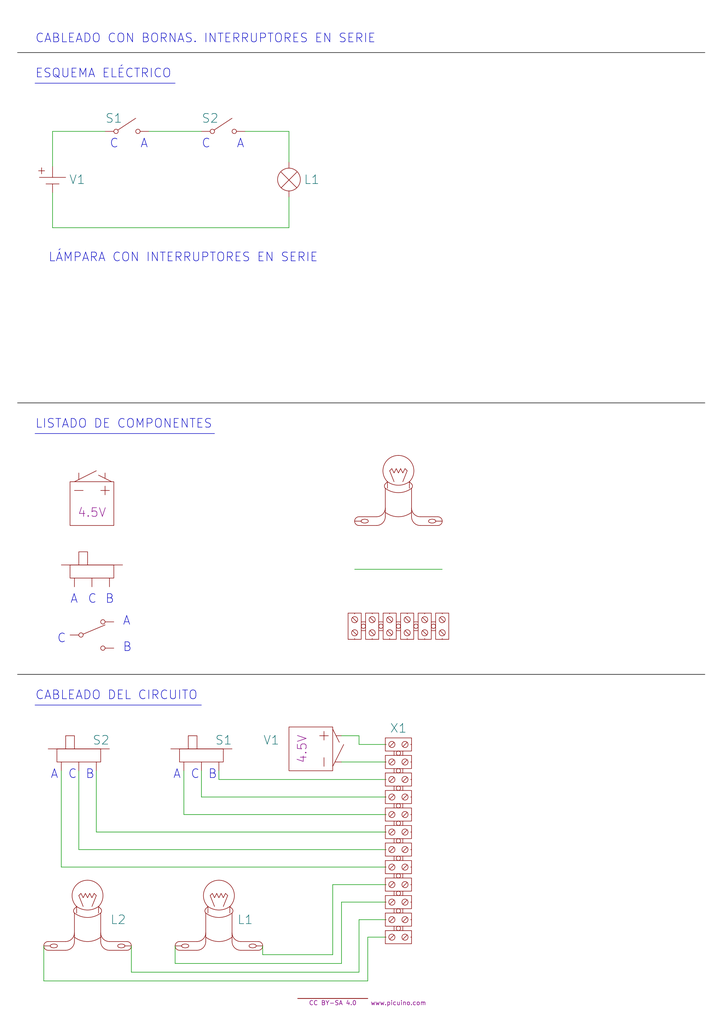
<source format=kicad_sch>
(kicad_sch (version 20211123) (generator eeschema)
  (paper "A4" portrait)
  (title_block (title "CABLEADO CON BORNAS. INTERRUPTORES EN SERIE") (date "14/12/2018") (company "www.picuino.com") (comment 1 "Copyright (c) 2018 by Carlos Pardo") (comment 2 "License CC BY-SA 4.0"))
  (lib_symbols
    (symbol "simbolos:CopyRight" (pin_names (offset 1.016))
      (property "License" "CC BY-SA 4.0" (at -1.27 -1.27 0))
      (property "Web" "www.picuino.com" (at 0 -1.27 0))
      (symbol "CopyRight_0_1"
        (polyline (pts (xy -10.16 0) (xy 10.16 0)) (stroke (width 0.2032)))
      )
    )
    (symbol "simbolos:Pila" (pin_names (offset 1.016))
      (property "Reference" "V" (at 5.08 -4.445 0))
      (symbol "Pila_0_1"
        (polyline (pts (xy -4.064 -1.27) (xy -2.286 -1.27)))
        (polyline (pts (xy -3.81 -3.175) (xy 3.81 -3.175)))
        (polyline (pts (xy -3.175 -0.381) (xy -3.175 -2.159)))
        (polyline (pts (xy -1.905 -5.08) (xy 1.905 -5.08)))
      )
      (symbol "Pila_1_1"
        (pin input line (at 0 -7.62 90) (length 2.54) (name "") (number ""))
        (pin input line (at 0 0 270) (length 3.175) (name "") (number ""))
      )
    )
    (symbol "simbolos:borna_12x2" (pin_names (offset 1.016))
      (property "Reference" "X" (at 3.81 3.81 0))
      (symbol "borna_12x2_0_1"
        (rectangle (start 0 -53.975) (end 7.62 -57.785))
        (rectangle (start 0 -48.895) (end 7.62 -52.705))
        (rectangle (start 0 -43.815) (end 7.62 -47.625))
        (rectangle (start 0 -38.735) (end 7.62 -42.545))
        (rectangle (start 0 -33.655) (end 7.62 -37.465))
        (rectangle (start 0 -28.575) (end 7.62 -32.385))
        (rectangle (start 0 -23.495) (end 7.62 -27.305))
        (rectangle (start 0 -18.415) (end 7.62 -22.225))
        (rectangle (start 0 -13.335) (end 7.62 -17.145))
        (rectangle (start 0 -8.255) (end 7.62 -12.065))
        (rectangle (start 0 -3.175) (end 7.62 -6.985))
        (polyline (pts (xy 1.27 -56.515) (xy 2.54 -55.245)))
        (polyline (pts (xy 1.27 -51.435) (xy 2.54 -50.165)))
        (polyline (pts (xy 1.27 -46.355) (xy 2.54 -45.085)))
        (polyline (pts (xy 1.27 -41.275) (xy 2.54 -40.005)))
        (polyline (pts (xy 1.27 -36.195) (xy 2.54 -34.925)))
        (polyline (pts (xy 1.27 -31.115) (xy 2.54 -29.845)))
        (polyline (pts (xy 1.27 -26.035) (xy 2.54 -24.765)))
        (polyline (pts (xy 1.27 -20.955) (xy 2.54 -19.685)))
        (polyline (pts (xy 1.27 -15.875) (xy 2.54 -14.605)))
        (polyline (pts (xy 1.27 -10.795) (xy 2.54 -9.525)))
        (polyline (pts (xy 1.27 -5.715) (xy 2.54 -4.445)))
        (polyline (pts (xy 1.27 -0.635) (xy 2.54 0.635)))
        (polyline (pts (xy 2.54 -53.975) (xy 2.54 -52.705)))
        (polyline (pts (xy 2.54 -48.895) (xy 2.54 -47.625)))
        (polyline (pts (xy 2.54 -43.815) (xy 2.54 -42.545)))
        (polyline (pts (xy 2.54 -38.735) (xy 2.54 -37.465)))
        (polyline (pts (xy 2.54 -33.655) (xy 2.54 -32.385)))
        (polyline (pts (xy 2.54 -28.575) (xy 2.54 -27.305)))
        (polyline (pts (xy 2.54 -23.495) (xy 2.54 -22.225)))
        (polyline (pts (xy 2.54 -18.415) (xy 2.54 -17.145)))
        (polyline (pts (xy 2.54 -13.335) (xy 2.54 -12.065)))
        (polyline (pts (xy 2.54 -8.255) (xy 2.54 -6.985)))
        (polyline (pts (xy 2.54 -3.175) (xy 2.54 -1.905)))
        (polyline (pts (xy 5.08 -56.515) (xy 6.35 -55.245)))
        (polyline (pts (xy 5.08 -53.975) (xy 5.08 -52.705)))
        (polyline (pts (xy 5.08 -51.435) (xy 6.35 -50.165)))
        (polyline (pts (xy 5.08 -48.895) (xy 5.08 -47.625)))
        (polyline (pts (xy 5.08 -46.355) (xy 6.35 -45.085)))
        (polyline (pts (xy 5.08 -43.815) (xy 5.08 -42.545)))
        (polyline (pts (xy 5.08 -41.275) (xy 6.35 -40.005)))
        (polyline (pts (xy 5.08 -38.735) (xy 5.08 -37.465)))
        (polyline (pts (xy 5.08 -36.195) (xy 6.35 -34.925)))
        (polyline (pts (xy 5.08 -33.655) (xy 5.08 -32.385)))
        (polyline (pts (xy 5.08 -31.115) (xy 6.35 -29.845)))
        (polyline (pts (xy 5.08 -28.575) (xy 5.08 -27.305)))
        (polyline (pts (xy 5.08 -26.035) (xy 6.35 -24.765)))
        (polyline (pts (xy 5.08 -23.495) (xy 5.08 -22.225)))
        (polyline (pts (xy 5.08 -20.955) (xy 6.35 -19.685)))
        (polyline (pts (xy 5.08 -18.415) (xy 5.08 -17.145)))
        (polyline (pts (xy 5.08 -15.875) (xy 6.35 -14.605)))
        (polyline (pts (xy 5.08 -13.335) (xy 5.08 -12.065)))
        (polyline (pts (xy 5.08 -10.795) (xy 6.35 -9.525)))
        (polyline (pts (xy 5.08 -8.255) (xy 5.08 -6.985)))
        (polyline (pts (xy 5.08 -5.715) (xy 6.35 -4.445)))
        (polyline (pts (xy 5.08 -3.175) (xy 5.08 -1.905)))
        (polyline (pts (xy 5.08 -0.635) (xy 6.35 0.635)))
        (rectangle (start 0 1.905) (end 7.62 -1.905))
        (circle (center 1.905 -55.88) (radius 0.889))
        (circle (center 1.905 -50.8) (radius 0.889))
        (circle (center 1.905 -45.72) (radius 0.889))
        (circle (center 1.905 -40.64) (radius 0.889))
        (circle (center 1.905 -35.56) (radius 0.889))
        (circle (center 1.905 -30.48) (radius 0.889))
        (circle (center 1.905 -25.4) (radius 0.889))
        (circle (center 1.905 -20.32) (radius 0.889))
        (circle (center 1.905 -15.24) (radius 0.889))
        (circle (center 1.905 -10.16) (radius 0.889))
        (circle (center 1.905 -5.08) (radius 0.889))
        (circle (center 1.905 0) (radius 0.889))
        (circle (center 3.81 -53.34) (radius 0.635))
        (circle (center 3.81 -48.26) (radius 0.635))
        (circle (center 3.81 -43.18) (radius 0.635))
        (circle (center 3.81 -38.1) (radius 0.635))
        (circle (center 3.81 -33.02) (radius 0.635))
        (circle (center 3.81 -27.94) (radius 0.635))
        (circle (center 3.81 -22.86) (radius 0.635))
        (circle (center 3.81 -17.78) (radius 0.635))
        (circle (center 3.81 -12.7) (radius 0.635))
        (circle (center 3.81 -7.62) (radius 0.635))
        (circle (center 3.81 -2.54) (radius 0.635))
        (circle (center 5.715 -55.88) (radius 0.889))
        (circle (center 5.715 -50.8) (radius 0.889))
        (circle (center 5.715 -45.72) (radius 0.889))
        (circle (center 5.715 -40.64) (radius 0.889))
        (circle (center 5.715 -35.56) (radius 0.889))
        (circle (center 5.715 -30.48) (radius 0.889))
        (circle (center 5.715 -25.4) (radius 0.889))
        (circle (center 5.715 -20.32) (radius 0.889))
        (circle (center 5.715 -15.24) (radius 0.889))
        (circle (center 5.715 -10.16) (radius 0.889))
        (circle (center 5.715 -5.08) (radius 0.889))
        (circle (center 5.715 0) (radius 0.889))
      )
      (symbol "borna_12x2_1_1"
        (pin input line (at 0 -55.88 0) (length 0.254) (name "") (number ""))
        (pin input line (at 0 -50.8 0) (length 0.254) (name "") (number ""))
        (pin input line (at 0 -45.72 0) (length 0.254) (name "") (number ""))
        (pin input line (at 0 -40.64 0) (length 0.254) (name "") (number ""))
        (pin input line (at 0 -35.56 0) (length 0.254) (name "") (number ""))
        (pin input line (at 0 -30.48 0) (length 0.254) (name "") (number ""))
        (pin input line (at 0 -25.4 0) (length 0.254) (name "") (number ""))
        (pin input line (at 0 -20.32 0) (length 0.254) (name "") (number ""))
        (pin input line (at 0 -15.24 0) (length 0.254) (name "") (number ""))
        (pin input line (at 0 -10.16 0) (length 0.254) (name "") (number ""))
        (pin input line (at 0 -5.08 0) (length 0.254) (name "") (number ""))
        (pin input line (at 0 0 0) (length 0.254) (name "") (number ""))
        (pin input line (at 7.62 -55.88 180) (length 0.254) (name "") (number ""))
        (pin input line (at 7.62 -50.8 180) (length 0.254) (name "") (number ""))
        (pin input line (at 7.62 -45.72 180) (length 0.254) (name "") (number ""))
        (pin input line (at 7.62 -40.64 180) (length 0.254) (name "") (number ""))
        (pin input line (at 7.62 -35.56 180) (length 0.254) (name "") (number ""))
        (pin input line (at 7.62 -30.48 180) (length 0.254) (name "") (number ""))
        (pin input line (at 7.62 -25.4 180) (length 0.254) (name "") (number ""))
        (pin input line (at 7.62 -20.32 180) (length 0.254) (name "") (number ""))
        (pin input line (at 7.62 -15.24 180) (length 0.254) (name "") (number ""))
        (pin input line (at 7.62 -10.16 180) (length 0.254) (name "") (number ""))
        (pin input line (at 7.62 -5.08 180) (length 0.254) (name "") (number ""))
        (pin input line (at 7.62 0 180) (length 0.254) (name "") (number ""))
      )
    )
    (symbol "simbolos:borna_6x2" (pin_names (offset 1.016))
      (property "Reference" "X" (at 3.81 3.81 0))
      (symbol "borna_6x2_0_1"
        (rectangle (start 0 -23.495) (end 7.62 -27.305))
        (rectangle (start 0 -18.415) (end 7.62 -22.225))
        (rectangle (start 0 -13.335) (end 7.62 -17.145))
        (rectangle (start 0 -8.255) (end 7.62 -12.065))
        (rectangle (start 0 -3.175) (end 7.62 -6.985))
        (polyline (pts (xy 1.27 -26.035) (xy 2.54 -24.765)))
        (polyline (pts (xy 1.27 -20.955) (xy 2.54 -19.685)))
        (polyline (pts (xy 1.27 -15.875) (xy 2.54 -14.605)))
        (polyline (pts (xy 1.27 -10.795) (xy 2.54 -9.525)))
        (polyline (pts (xy 1.27 -5.715) (xy 2.54 -4.445)))
        (polyline (pts (xy 1.27 -0.635) (xy 2.54 0.635)))
        (polyline (pts (xy 2.54 -23.495) (xy 2.54 -22.225)))
        (polyline (pts (xy 2.54 -18.415) (xy 2.54 -17.145)))
        (polyline (pts (xy 2.54 -13.335) (xy 2.54 -12.065)))
        (polyline (pts (xy 2.54 -8.255) (xy 2.54 -6.985)))
        (polyline (pts (xy 2.54 -3.175) (xy 2.54 -1.905)))
        (polyline (pts (xy 5.08 -26.035) (xy 6.35 -24.765)))
        (polyline (pts (xy 5.08 -23.495) (xy 5.08 -22.225)))
        (polyline (pts (xy 5.08 -20.955) (xy 6.35 -19.685)))
        (polyline (pts (xy 5.08 -18.415) (xy 5.08 -17.145)))
        (polyline (pts (xy 5.08 -15.875) (xy 6.35 -14.605)))
        (polyline (pts (xy 5.08 -13.335) (xy 5.08 -12.065)))
        (polyline (pts (xy 5.08 -10.795) (xy 6.35 -9.525)))
        (polyline (pts (xy 5.08 -8.255) (xy 5.08 -6.985)))
        (polyline (pts (xy 5.08 -5.715) (xy 6.35 -4.445)))
        (polyline (pts (xy 5.08 -3.175) (xy 5.08 -1.905)))
        (polyline (pts (xy 5.08 -0.635) (xy 6.35 0.635)))
        (rectangle (start 0 1.905) (end 7.62 -1.905))
        (circle (center 1.905 -25.4) (radius 0.889))
        (circle (center 1.905 -20.32) (radius 0.889))
        (circle (center 1.905 -15.24) (radius 0.889))
        (circle (center 1.905 -10.16) (radius 0.889))
        (circle (center 1.905 -5.08) (radius 0.889))
        (circle (center 1.905 0) (radius 0.889))
        (circle (center 3.81 -22.86) (radius 0.635))
        (circle (center 3.81 -17.78) (radius 0.635))
        (circle (center 3.81 -12.7) (radius 0.635))
        (circle (center 3.81 -7.62) (radius 0.635))
        (circle (center 3.81 -2.54) (radius 0.635))
        (circle (center 5.715 -25.4) (radius 0.889))
        (circle (center 5.715 -20.32) (radius 0.889))
        (circle (center 5.715 -15.24) (radius 0.889))
        (circle (center 5.715 -10.16) (radius 0.889))
        (circle (center 5.715 -5.08) (radius 0.889))
        (circle (center 5.715 0) (radius 0.889))
      )
      (symbol "borna_6x2_1_1"
        (pin input line (at 0 -25.4 0) (length 0.254) (name "") (number ""))
        (pin input line (at 0 -20.32 0) (length 0.254) (name "") (number ""))
        (pin input line (at 0 -15.24 0) (length 0.254) (name "") (number ""))
        (pin input line (at 0 -10.16 0) (length 0.254) (name "") (number ""))
        (pin input line (at 0 -5.08 0) (length 0.254) (name "") (number ""))
        (pin input line (at 0 0 0) (length 0.254) (name "") (number ""))
        (pin input line (at 7.62 -25.4 180) (length 0.254) (name "") (number ""))
        (pin input line (at 7.62 -20.32 180) (length 0.254) (name "") (number ""))
        (pin input line (at 7.62 -15.24 180) (length 0.254) (name "") (number ""))
        (pin input line (at 7.62 -10.16 180) (length 0.254) (name "") (number ""))
        (pin input line (at 7.62 -5.08 180) (length 0.254) (name "") (number ""))
        (pin input line (at 7.62 0 180) (length 0.254) (name "") (number ""))
      )
    )
    (symbol "simbolos:conmutador" (pin_names (offset 1.016))
      (property "Reference" "S" (at 4.445 3.175 0))
      (symbol "conmutador_0_0"
        (circle (center 3.175 0) (radius 0.635))
        (circle (center 9.525 -3.81) (radius 0.635))
        (circle (center 9.525 3.81) (radius 0.635))
      )
      (symbol "conmutador_0_1"
        (polyline (pts (xy 10.16 2.921) (xy 3.81 0.254)))
      )
      (symbol "conmutador_1_1"
        (pin input line (at 0 0 0) (length 2.54) (name "") (number ""))
        (pin input line (at 12.7 -3.81 180) (length 2.54) (name "") (number ""))
        (pin input line (at 12.7 3.81 180) (length 2.54) (name "") (number ""))
      )
    )
    (symbol "simbolos:interruptor" (pin_names (offset 1.016))
      (property "Reference" "S" (at 4.445 3.175 0))
      (symbol "interruptor_0_0"
        (polyline (pts (xy 8.89 3.81) (xy 3.683 0.381)))
        (circle (center 3.175 0) (radius 0.635))
        (circle (center 9.525 0) (radius 0.635))
      )
      (symbol "interruptor_1_1"
        (pin input line (at 0 0 0) (length 2.54) (name "") (number ""))
        (pin input line (at 12.7 0 180) (length 2.54) (name "") (number ""))
      )
    )
    (symbol "simbolos:lampara" (pin_names (offset 1.016))
      (property "Reference" "L" (at 4.445 -5.08 0))
      (symbol "lampara_0_1"
        (circle (center 0 -5.08) (radius 3.302))
        (polyline (pts (xy -2.286 -7.493) (xy 2.286 -2.921)))
        (polyline (pts (xy -2.286 -2.921) (xy 2.286 -7.493)))
      )
      (symbol "lampara_1_1"
        (pin input line (at 0 -10.16 90) (length 1.778) (name "") (number ""))
        (pin input line (at 0 0 270) (length 1.778) (name "") (number ""))
      )
    )
    (symbol "simbolos:lampara_pack" (pin_names (offset 1.016))
      (property "Reference" "L" (at 17.78 6.35 0))
      (symbol "lampara_pack_0_1"
        (polyline (pts (xy 1.27 -1.27) (xy 6.35 -1.27)))
        (polyline (pts (xy 6.35 1.27) (xy 1.27 1.27)))
        (polyline (pts (xy 8.89 1.27) (xy 8.89 9.525)))
        (polyline (pts (xy 8.89 10.795) (xy 9.525 11.43)))
        (polyline (pts (xy 9.525 11.43) (xy 9.525 9.525)))
        (polyline (pts (xy 11.43 11.43) (xy 10.16 14.605)))
        (polyline (pts (xy 13.97 11.43) (xy 15.24 14.605)))
        (polyline (pts (xy 15.875 11.43) (xy 15.875 9.525)))
        (polyline (pts (xy 16.51 1.27) (xy 16.51 9.525)))
        (polyline (pts (xy 16.51 10.795) (xy 15.875 11.43)))
        (polyline (pts (xy 19.05 1.27) (xy 24.13 1.27)))
        (polyline (pts (xy 24.13 -1.27) (xy 19.05 -1.27)))
        (polyline (pts (xy 10.16 14.605) (xy 10.795 15.24) (xy 11.43 13.97) (xy 12.065 15.24) (xy 12.7 13.97) (xy 13.335 15.24) (xy 13.97 13.97) (xy 14.605 15.24) (xy 15.24 14.605)))
        (arc (start 1.27 1.27) (mid 0 0) (end 1.27 -1.27))
        (arc (start 2.159 -0.381) (mid 2.921 -0.5609) (end 3.683 -0.381))
        (arc (start 2.159 0.381) (mid 1.8844 0) (end 2.159 -0.381))
        (arc (start 3.683 -0.381) (mid 3.9576 0) (end 3.683 0.381))
        (arc (start 3.683 0.381) (mid 2.921 0.5609) (end 2.159 0.381))
        (arc (start 6.35 -1.27) (mid 8.1297 -0.5171) (end 8.89 1.27))
        (arc (start 6.35 1.27) (mid 8.1297 2.0229) (end 8.89 3.81))
        (arc (start 8.89 2.54) (mid 12.7 1.27) (end 16.51 2.54))
        (arc (start 8.89 9.525) (mid 12.7 8.255) (end 16.51 9.525))
        (arc (start 8.89 10.795) (mid 8.627 10.16) (end 8.89 9.525))
        (arc (start 9.525 11.43) (mid 12.7 10.4125) (end 15.875 11.43))
        (arc (start 12.7 19.05) (mid 8.5493 16.3021) (end 9.525 11.43))
        (arc (start 15.875 11.43) (mid 16.8357 16.2958) (end 12.7 19.05))
        (arc (start 16.51 1.27) (mid 17.2523 -0.5349) (end 19.05 -1.27))
        (arc (start 16.51 3.81) (mid 17.2523 2.0051) (end 19.05 1.27))
        (arc (start 16.51 9.525) (mid 16.773 10.16) (end 16.51 10.795))
        (arc (start 21.717 -0.381) (mid 22.479 -0.5609) (end 23.241 -0.381))
        (arc (start 21.717 0.381) (mid 21.4424 0) (end 21.717 -0.381))
        (arc (start 23.241 -0.381) (mid 23.5156 0) (end 23.241 0.381))
        (arc (start 23.241 0.381) (mid 22.479 0.5609) (end 21.717 0.381))
        (arc (start 24.13 -1.27) (mid 25.4 0) (end 24.13 1.27))
      )
      (symbol "lampara_pack_1_1"
        (pin input line (at 0 0 0) (length 1.905) (name "") (number ""))
        (pin input line (at 25.4 0 180) (length 1.905) (name "") (number ""))
      )
    )
    (symbol "simbolos:pila_petaca" (pin_names (offset 1.016))
      (property "Reference" "V" (at 11.43 -8.89 0))
      (property "V" "4.5V" (at 3.81 -12.7 0))
      (symbol "pila_petaca_0_1"
        (rectangle (start -2.54 -2.54) (end 10.16 -15.24))
        (polyline (pts (xy -1.27 -5.08) (xy 1.27 -5.08)))
        (polyline (pts (xy -1.27 -2.54) (xy 5.08 0.635)))
        (polyline (pts (xy 7.62 -3.81) (xy 7.62 -6.35)))
        (polyline (pts (xy 8.89 -5.08) (xy 6.35 -5.08)))
        (polyline (pts (xy 9.525 -2.54) (xy 5.715 -0.635)))
      )
      (symbol "pila_petaca_1_1"
        (pin input line (at 0 0 270) (length 1.905) (name "") (number ""))
        (pin input line (at 7.62 0 270) (length 1.524) (name "") (number ""))
      )
    )
    (symbol "simbolos:selector_pack" (pin_names (offset 1.016))
      (property "Reference" "S" (at 11.43 8.89 0))
      (symbol "selector_pack_0_1"
        (rectangle (start -1.27 6.35) (end 11.43 2.54))
        (polyline (pts (xy 13.97 6.35) (xy -3.81 6.35)))
        (polyline (pts (xy 1.27 6.35) (xy 1.27 10.16) (xy 3.81 10.16) (xy 3.81 6.35)))
      )
      (symbol "selector_pack_1_1"
        (pin input line (at 0 0 90) (length 2.54) (name "") (number ""))
        (pin input line (at 5.08 0 90) (length 2.54) (name "") (number ""))
        (pin input line (at 10.16 0 90) (length 2.54) (name "") (number ""))
      )
    )
  )
  (wire (pts (xy 12.7 284.48) (xy 12.7 274.32)))
  (wire (pts (xy 104.14 215.9) (xy 111.76 215.9)))
  (wire (pts (xy 96.52 256.54) (xy 111.76 256.54)))
  (wire (pts (xy 96.52 256.54) (xy 96.52 276.86)))
  (wire (pts (xy 43.18 38.1) (xy 58.42 38.1)))
  (wire (pts (xy 58.42 231.14) (xy 111.76 231.14)))
  (wire (pts (xy 83.82 66.04) (xy 83.82 57.15)))
  (wire (pts (xy 83.82 38.1) (xy 83.82 46.99)))
  (wire (pts (xy 27.94 241.3) (xy 27.94 223.52)))
  (wire (pts (xy 15.24 38.1) (xy 30.48 38.1)))
  (wire (pts (xy 63.5 226.06) (xy 63.5 223.52)))
  (wire (pts (xy 50.8 279.4) (xy 99.06 279.4)))
  (wire (pts (xy 104.14 266.7) (xy 111.76 266.7)))
  (wire (pts (xy 50.8 274.32) (xy 50.8 279.4)))
  (wire (pts (xy 104.14 213.36) (xy 99.06 213.36)))
  (wire (pts (xy 106.68 271.78) (xy 106.68 284.48)))
  (wire (pts (xy 104.14 215.9) (xy 104.14 213.36)))
  (wire (pts (xy 15.24 48.26) (xy 15.24 38.1)))
  (wire (pts (xy 22.86 223.52) (xy 22.86 246.38)))
  (polyline (pts (xy 5.08 15.24) (xy 204.47 15.24)) (stroke (width 0) (type solid) (color 0 0 0 1)))
  (wire (pts (xy 22.86 246.38) (xy 111.76 246.38)))
  (wire (pts (xy 76.2 276.86) (xy 96.52 276.86)))
  (wire (pts (xy 71.12 38.1) (xy 83.82 38.1)))
  (polyline (pts (xy 10.16 24.13) (xy 50.8 24.13)) (stroke (width 0) (type solid)))
  (wire (pts (xy 102.87 165.1) (xy 128.27 165.1)))
  (wire (pts (xy 38.1 274.32) (xy 38.1 281.94)))
  (wire (pts (xy 104.14 266.7) (xy 104.14 281.94)))
  (polyline (pts (xy 5.08 195.58) (xy 204.47 195.58)) (stroke (width 0) (type solid) (color 0 0 0 1)))
  (wire (pts (xy 106.68 284.48) (xy 12.7 284.48)))
  (wire (pts (xy 15.24 66.04) (xy 83.82 66.04)))
  (wire (pts (xy 111.76 251.46) (xy 17.78 251.46)))
  (polyline (pts (xy 10.16 204.47) (xy 58.42 204.47)) (stroke (width 0) (type solid)))
  (wire (pts (xy 111.76 236.22) (xy 53.34 236.22)))
  (polyline (pts (xy 5.08 116.84) (xy 204.47 116.84)) (stroke (width 0) (type solid) (color 0 0 0 1)))
  (wire (pts (xy 38.1 281.94) (xy 104.14 281.94)))
  (wire (pts (xy 111.76 226.06) (xy 63.5 226.06)))
  (polyline (pts (xy 10.16 125.73) (xy 62.23 125.73)) (stroke (width 0) (type solid)))
  (wire (pts (xy 53.34 236.22) (xy 53.34 223.52)))
  (wire (pts (xy 99.06 261.62) (xy 111.76 261.62)))
  (wire (pts (xy 99.06 220.98) (xy 111.76 220.98)))
  (wire (pts (xy 111.76 241.3) (xy 27.94 241.3)))
  (wire (pts (xy 111.76 271.78) (xy 106.68 271.78)))
  (wire (pts (xy 17.78 223.52) (xy 17.78 251.46)))
  (wire (pts (xy 99.06 261.62) (xy 99.06 279.4)))
  (wire (pts (xy 76.2 274.32) (xy 76.2 276.86)))
  (wire (pts (xy 15.24 66.04) (xy 15.24 55.88)))
  (wire (pts (xy 58.42 223.52) (xy 58.42 231.14)))
  (text "CABLEADO DEL CIRCUITO" (at 10.16 203.2 0) (effects (font (size 2.54 2.54)) (justify left bottom)))
  (text "LISTADO DE COMPONENTES" (at 10.16 124.46 0) (effects (font (size 2.54 2.54)) (justify left bottom)))
  (text "C" (at 55.245 226.06 0) (effects (font (size 2.54 2.54)) (justify left bottom)))
  (text "C" (at 19.685 226.06 0) (effects (font (size 2.54 2.54)) (justify left bottom)))
  (text "A" (at 20.32 175.26 0) (effects (font (size 2.54 2.54)) (justify left bottom)))
  (text "C" (at 31.75 43.18 0) (effects (font (size 2.54 2.54)) (justify left bottom)))
  (text "B" (at 60.325 226.06 0) (effects (font (size 2.54 2.54)) (justify left bottom)))
  (text "A" (at 40.64 43.18 0) (effects (font (size 2.54 2.54)) (justify left bottom)))
  (text "ESQUEMA ELÉCTRICO" (at 10.16 22.86 0) (effects (font (size 2.54 2.54)) (justify left bottom)))
  (text "A" (at 14.605 226.06 0) (effects (font (size 2.54 2.54)) (justify left bottom)))
  (text "B" (at 24.765 226.06 0) (effects (font (size 2.54 2.54)) (justify left bottom)))
  (text "B" (at 30.48 175.26 0) (effects (font (size 2.54 2.54)) (justify left bottom)))
  (text "A" (at 50.165 226.06 0) (effects (font (size 2.54 2.54)) (justify left bottom)))
  (text "A" (at 35.56 181.61 0) (effects (font (size 2.54 2.54)) (justify left bottom)))
  (text "C" (at 58.42 43.18 0) (effects (font (size 2.54 2.54)) (justify left bottom)))
  (text "C" (at 25.4 175.26 0) (effects (font (size 2.54 2.54)) (justify left bottom)))
  (text "C" (at 16.51 186.69 0) (effects (font (size 2.54 2.54)) (justify left bottom)))
  (text "LÁMPARA CON INTERRUPTORES EN SERIE" (at 13.97 76.2 0) (effects (font (size 2.54 2.54)) (justify left bottom)))
  (text "A" (at 68.58 43.18 0) (effects (font (size 2.54 2.54)) (justify left bottom)))
  (text "B" (at 35.56 189.23 0) (effects (font (size 2.54 2.54)) (justify left bottom)))
  (text "CABLEADO CON BORNAS. INTERRUPTORES EN SERIE" (at 10.16 12.7 0) (effects (font (size 2.54 2.54)) (justify left bottom)))
  (symbol (lib_id "simbolos:pila_petaca") (at 22.86 137.16 0) (unit 1)
    (property "Reference" "V?" (effects hide))
    (property "V" "4.5V" (at 26.67 148.59 0) (effects (font (size 2.54 2.54))))
  )
  (symbol (lib_id "simbolos:borna_12x2") (at 111.76 215.9 0) (unit 1)
    (property "Reference" "X1" (at 115.57 211.1756 0) (effects (font (size 2.54 2.54))))
  )
  (symbol (lib_id "simbolos:selector_pack") (at 17.78 223.52 0) (unit 1)
    (property "Reference" "S2" (at 26.67 214.63 0) (effects (font (size 2.54 2.54)) (justify left)))
  )
  (symbol (lib_id "simbolos:interruptor") (at 58.42 38.1 0) (unit 1)
    (property "Reference" "S2" (at 60.96 34.29 0) (effects (font (size 2.54 2.54))))
  )
  (symbol (lib_id "simbolos:pila_petaca") (at 99.06 220.98 270) (mirror x) (unit 1)
    (property "Reference" "V1" (at 76.2 214.63 90) (effects (font (size 2.54 2.54)) (justify left)))
    (property "V" "4.5V" (at 87.63 217.17 0) (effects (font (size 2.54 2.54))))
  )
  (symbol (lib_id "simbolos:selector_pack") (at 21.59 170.18 0) (unit 1)
    (property "Reference" "S?" (effects hide))
  )
  (symbol (lib_id "simbolos:lampara_pack") (at 50.8 274.32 0) (unit 1)
    (property "Reference" "L1" (at 71.12 266.7 0) (effects (font (size 2.54 2.54))))
  )
  (symbol (lib_id "simbolos:Pila") (at 15.24 48.26 0) (unit 1)
    (property "Reference" "V1" (at 19.8882 52.07 0) (effects (font (size 2.54 2.54)) (justify left)))
  )
  (symbol (lib_id "simbolos:lampara") (at 83.82 46.99 0) (unit 1)
    (property "Reference" "L1" (at 87.9602 52.07 0) (effects (font (size 2.54 2.54)) (justify left)))
  )
  (symbol (lib_id "simbolos:lampara_pack") (at 102.87 151.13 0) (unit 1)
    (property "Reference" "L?" (effects hide))
  )
  (symbol (lib_id "simbolos:interruptor") (at 30.48 38.1 0) (unit 1)
    (property "Reference" "S1" (at 33.02 34.29 0) (effects (font (size 2.54 2.54))))
  )
  (symbol (lib_id "simbolos:CopyRight") (at 96.52 289.56 0) (unit 1)
    (property "Reference" "CP1" (effects hide))
    (property "License" "CC BY-SA 4.0" (at 96.52 290.83 0))
    (property "Web" "www.picuino.com" (at 115.57 290.83 0))
  )
  (symbol (lib_id "simbolos:selector_pack") (at 53.34 223.52 0) (unit 1)
    (property "Reference" "S1" (at 62.23 214.63 0) (effects (font (size 2.54 2.54)) (justify left)))
  )
  (symbol (lib_id "simbolos:lampara_pack") (at 12.7 274.32 0) (unit 1)
    (property "Reference" "L2" (at 34.29 266.7 0) (effects (font (size 2.54 2.54))))
  )
  (symbol (lib_id "simbolos:conmutador") (at 20.32 184.15 0) (unit 1)
    (property "Reference" "S?" (effects hide))
  )
  (symbol (lib_id "simbolos:borna_6x2") (at 128.27 177.8 270) (unit 1)
    (property "Reference" "X?" (effects hide))
  )
)
</source>
